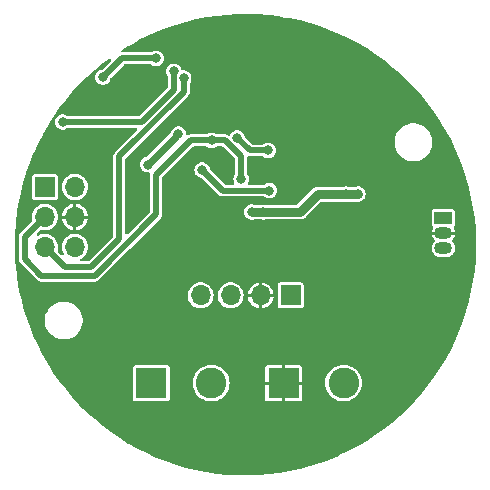
<source format=gbr>
%TF.GenerationSoftware,KiCad,Pcbnew,8.0.1*%
%TF.CreationDate,2024-05-02T10:16:12-03:00*%
%TF.ProjectId,Sdqf,53647166-2e6b-4696-9361-645f70636258,rev?*%
%TF.SameCoordinates,Original*%
%TF.FileFunction,Copper,L2,Bot*%
%TF.FilePolarity,Positive*%
%FSLAX46Y46*%
G04 Gerber Fmt 4.6, Leading zero omitted, Abs format (unit mm)*
G04 Created by KiCad (PCBNEW 8.0.1) date 2024-05-02 10:16:12*
%MOMM*%
%LPD*%
G01*
G04 APERTURE LIST*
%TA.AperFunction,ComponentPad*%
%ADD10R,1.500000X1.050000*%
%TD*%
%TA.AperFunction,ComponentPad*%
%ADD11O,1.500000X1.050000*%
%TD*%
%TA.AperFunction,ComponentPad*%
%ADD12R,2.600000X2.600000*%
%TD*%
%TA.AperFunction,ComponentPad*%
%ADD13C,2.600000*%
%TD*%
%TA.AperFunction,ComponentPad*%
%ADD14O,1.700000X1.700000*%
%TD*%
%TA.AperFunction,ComponentPad*%
%ADD15R,1.700000X1.700000*%
%TD*%
%TA.AperFunction,ViaPad*%
%ADD16C,0.800000*%
%TD*%
%TA.AperFunction,Conductor*%
%ADD17C,0.500000*%
%TD*%
%TA.AperFunction,Conductor*%
%ADD18C,0.750000*%
%TD*%
%TA.AperFunction,Conductor*%
%ADD19C,0.600000*%
%TD*%
G04 APERTURE END LIST*
D10*
%TO.P,U1,1,VO*%
%TO.N,+5V*%
X161240000Y-84830000D03*
D11*
%TO.P,U1,2,GND*%
%TO.N,GND*%
X161240000Y-86100000D03*
%TO.P,U1,3,VI*%
%TO.N,Net-(D1-K)*%
X161240000Y-87370000D03*
%TD*%
D12*
%TO.P,J4,1,Pin_1*%
%TO.N,GND*%
X147700000Y-98800000D03*
D13*
%TO.P,J4,2,Pin_2*%
%TO.N,+12V*%
X152780000Y-98800000D03*
%TD*%
D12*
%TO.P,J3,1,Pin_1*%
%TO.N,485_A*%
X136500000Y-98800000D03*
D13*
%TO.P,J3,2,Pin_2*%
%TO.N,485_B*%
X141580000Y-98800000D03*
%TD*%
D14*
%TO.P,J1,6,Pin_6*%
%TO.N,+5V*%
X130040000Y-87280000D03*
%TO.P,J1,5,Pin_5*%
%TO.N,MOSI*%
X127500000Y-87279999D03*
%TO.P,J1,4,Pin_4*%
%TO.N,GND*%
X130040000Y-84740000D03*
%TO.P,J1,3,Pin_3*%
%TO.N,RESET*%
X127500000Y-84740000D03*
%TO.P,J1,2,Pin_2*%
%TO.N,SCK*%
X130040000Y-82200000D03*
D15*
%TO.P,J1,1,Pin_1*%
%TO.N,MISO*%
X127500000Y-82200000D03*
%TD*%
%TO.P,J5,1,Pin_1*%
%TO.N,+5V*%
X148300000Y-91375000D03*
D14*
%TO.P,J5,2,Pin_2*%
%TO.N,GND*%
X145760000Y-91375000D03*
%TO.P,J5,3,Pin_3*%
%TO.N,TEMP*%
X143220000Y-91375000D03*
%TO.P,J5,4,Pin_4*%
%TO.N,UMID*%
X140680000Y-91375000D03*
%TD*%
D16*
%TO.N,GND*%
X131100000Y-75700000D03*
X141500000Y-83600000D03*
X139400000Y-84000000D03*
X140585448Y-84571412D03*
X140000000Y-83150000D03*
X144900000Y-93100000D03*
X145800000Y-93100000D03*
X146700000Y-93100000D03*
X133400000Y-78700000D03*
X134100000Y-77900000D03*
X135900000Y-79000000D03*
X151600000Y-81500000D03*
X150600000Y-81500000D03*
X152600000Y-84000000D03*
X152600000Y-84900000D03*
X160500000Y-95800000D03*
X161200000Y-95100000D03*
X161800000Y-94300000D03*
X162300000Y-93500000D03*
X154800000Y-92200000D03*
X153900000Y-92200000D03*
X155700000Y-92200000D03*
X156600000Y-92200000D03*
X147500000Y-95100000D03*
X146600000Y-95100000D03*
X148400000Y-95100000D03*
X149300000Y-95100000D03*
X148400000Y-96000000D03*
X149300000Y-96000000D03*
X146600000Y-96000000D03*
X147500000Y-96000000D03*
X135000000Y-93800000D03*
X135000000Y-94700000D03*
X125800000Y-83800000D03*
X125800000Y-84700000D03*
X135700000Y-70000000D03*
X136600000Y-70000000D03*
X150200000Y-69200000D03*
X151100000Y-69200000D03*
X151500000Y-70100000D03*
X151500000Y-71000000D03*
X154900000Y-75200000D03*
X154900000Y-76100000D03*
X154900000Y-77400000D03*
X154900000Y-78300000D03*
X159700000Y-86100000D03*
X159700000Y-87000000D03*
X162700000Y-85700000D03*
X162700000Y-86600000D03*
X157700000Y-88100000D03*
X158600000Y-88100000D03*
X155600000Y-88100000D03*
X156500000Y-88100000D03*
X151400000Y-89400000D03*
X152300000Y-89400000D03*
X146800000Y-85800000D03*
X146800000Y-86700000D03*
X130900000Y-77700000D03*
X130900000Y-78600000D03*
X129000000Y-79000000D03*
X129000000Y-79900000D03*
X143500000Y-72700000D03*
X142600000Y-72700000D03*
X141700000Y-72700000D03*
X140800000Y-72700000D03*
%TO.N,+5V*%
X154000000Y-82800000D03*
%TO.N,MOSI*%
X139250000Y-72981240D03*
%TO.N,MISO*%
X138400000Y-72400000D03*
X129000000Y-76700000D03*
%TO.N,SCK*%
X136900000Y-71300000D03*
X132400000Y-72900000D03*
%TO.N,RESET*%
X141600000Y-78250000D03*
X144100000Y-81500000D03*
%TO.N,485_EN*%
X136200000Y-80300000D03*
X138800000Y-77700000D03*
%TO.N,+5V*%
X146000000Y-84312500D03*
X145012500Y-84312500D03*
X153000000Y-82800000D03*
%TO.N,SDA*%
X143773553Y-78049998D03*
X146400000Y-79100000D03*
%TO.N,SCL*%
X146500000Y-82500000D03*
X140798959Y-80750000D03*
%TD*%
D17*
%TO.N,SDA*%
X143773553Y-78049998D02*
X144823555Y-79100000D01*
X144823555Y-79100000D02*
X146400000Y-79100000D01*
%TO.N,RESET*%
X144100000Y-79602082D02*
X144100000Y-81500000D01*
X141600000Y-78250000D02*
X142747918Y-78250000D01*
X125800000Y-86440000D02*
X127500000Y-84740000D01*
X125800000Y-88300000D02*
X125800000Y-86440000D01*
X127200000Y-89700000D02*
X125800000Y-88300000D01*
X142747918Y-78250000D02*
X144100000Y-79602082D01*
X136900000Y-84500000D02*
X131700000Y-89700000D01*
X139850000Y-78250000D02*
X136900000Y-81200000D01*
X141600000Y-78250000D02*
X139850000Y-78250000D01*
X136900000Y-81200000D02*
X136900000Y-84500000D01*
X131700000Y-89700000D02*
X127200000Y-89700000D01*
D18*
%TO.N,+5V*%
X153000000Y-82800000D02*
X154000000Y-82800000D01*
D17*
%TO.N,MOSI*%
X139250000Y-74150000D02*
X139250000Y-72981240D01*
X131400000Y-89000000D02*
X133800000Y-86600000D01*
X133800000Y-86600000D02*
X133800000Y-79600000D01*
X129220001Y-89000000D02*
X131400000Y-89000000D01*
X133800000Y-79600000D02*
X139250000Y-74150000D01*
X127500000Y-87279999D02*
X129220001Y-89000000D01*
%TO.N,MISO*%
X138400000Y-74000000D02*
X138400000Y-72400000D01*
X135900000Y-76500000D02*
X138400000Y-74000000D01*
X135700000Y-76700000D02*
X135900000Y-76500000D01*
X129000000Y-76700000D02*
X135700000Y-76700000D01*
%TO.N,SCK*%
X134000000Y-71300000D02*
X136900000Y-71300000D01*
X132400000Y-72900000D02*
X134000000Y-71300000D01*
D19*
%TO.N,485_EN*%
X138800000Y-77700000D02*
X136200000Y-80300000D01*
D18*
%TO.N,+5V*%
X149087500Y-84312500D02*
X150600000Y-82800000D01*
X146000000Y-84312500D02*
X149087500Y-84312500D01*
X146000000Y-84312500D02*
X145012500Y-84312500D01*
X150600000Y-82800000D02*
X153000000Y-82800000D01*
D17*
%TO.N,SCL*%
X142548959Y-82500000D02*
X140798959Y-80750000D01*
X146500000Y-82500000D02*
X142548959Y-82500000D01*
%TD*%
%TA.AperFunction,Conductor*%
%TO.N,GND*%
G36*
X144688493Y-67548314D02*
G01*
X145565317Y-67578051D01*
X145570887Y-67578367D01*
X146445435Y-67647693D01*
X146450962Y-67648257D01*
X147321474Y-67757029D01*
X147327018Y-67757849D01*
X147847185Y-67846876D01*
X148191726Y-67905845D01*
X148197219Y-67906914D01*
X149054382Y-68093839D01*
X149059767Y-68095142D01*
X149900405Y-68318695D01*
X149907586Y-68320605D01*
X149912968Y-68322167D01*
X150749714Y-68585703D01*
X150755021Y-68587507D01*
X151579012Y-68888588D01*
X151584231Y-68890630D01*
X151975516Y-69054002D01*
X152393768Y-69228633D01*
X152398890Y-69230909D01*
X153192322Y-69605147D01*
X153197336Y-69607652D01*
X153973056Y-70017365D01*
X153977951Y-70020094D01*
X154734350Y-70464432D01*
X154739117Y-70467379D01*
X155474695Y-70945463D01*
X155479281Y-70948593D01*
X156192537Y-71459451D01*
X156196986Y-71462793D01*
X156542282Y-71734528D01*
X156886372Y-72005315D01*
X156890697Y-72008879D01*
X156991052Y-72095476D01*
X157554904Y-72582030D01*
X157559016Y-72585745D01*
X158196658Y-73188339D01*
X158200619Y-73192256D01*
X158810333Y-73823000D01*
X158814136Y-73827116D01*
X159394732Y-74484773D01*
X159398346Y-74489058D01*
X159948627Y-75172274D01*
X159952043Y-75176717D01*
X160470899Y-75884115D01*
X160474110Y-75888708D01*
X160960451Y-76618798D01*
X160963451Y-76623529D01*
X161401627Y-77350500D01*
X161416314Y-77374866D01*
X161419095Y-77379724D01*
X161537736Y-77598332D01*
X161837555Y-78150780D01*
X161840116Y-78155765D01*
X162223300Y-78944927D01*
X162225633Y-78950023D01*
X162572758Y-79755674D01*
X162574859Y-79760870D01*
X162885228Y-80581395D01*
X162887092Y-80586681D01*
X163160070Y-81420408D01*
X163161693Y-81425772D01*
X163396715Y-82270963D01*
X163398094Y-82276395D01*
X163594680Y-83131333D01*
X163595813Y-83136822D01*
X163753573Y-83999804D01*
X163754456Y-84005339D01*
X163873056Y-84874551D01*
X163873688Y-84880120D01*
X163952891Y-85753818D01*
X163953270Y-85759410D01*
X163992926Y-86636105D01*
X163993051Y-86641007D01*
X163995528Y-87079299D01*
X163995528Y-87080701D01*
X163993051Y-87518992D01*
X163992926Y-87523894D01*
X163953270Y-88400589D01*
X163952891Y-88406181D01*
X163873688Y-89279879D01*
X163873056Y-89285448D01*
X163754456Y-90154660D01*
X163753573Y-90160195D01*
X163595813Y-91023177D01*
X163594680Y-91028666D01*
X163398094Y-91883604D01*
X163396715Y-91889036D01*
X163161693Y-92734227D01*
X163160070Y-92739591D01*
X162887092Y-93573318D01*
X162885228Y-93578604D01*
X162574859Y-94399129D01*
X162572758Y-94404325D01*
X162225633Y-95209976D01*
X162223300Y-95215072D01*
X161840116Y-96004234D01*
X161837555Y-96009219D01*
X161419099Y-96780268D01*
X161416314Y-96785133D01*
X160963452Y-97536468D01*
X160960451Y-97541201D01*
X160474110Y-98271291D01*
X160470899Y-98275884D01*
X159952043Y-98983282D01*
X159948627Y-98987725D01*
X159398346Y-99670941D01*
X159394732Y-99675226D01*
X158814136Y-100332883D01*
X158810333Y-100336999D01*
X158200619Y-100967743D01*
X158196634Y-100971684D01*
X157559051Y-101574223D01*
X157554891Y-101577980D01*
X156890697Y-102151120D01*
X156886372Y-102154684D01*
X156197002Y-102697194D01*
X156192521Y-102700560D01*
X155479303Y-103211391D01*
X155474673Y-103214551D01*
X154739117Y-103692620D01*
X154734350Y-103695567D01*
X153977951Y-104139905D01*
X153973056Y-104142634D01*
X153197336Y-104552347D01*
X153192322Y-104554852D01*
X152398890Y-104929090D01*
X152393768Y-104931366D01*
X151584231Y-105269369D01*
X151579012Y-105271411D01*
X150755021Y-105572492D01*
X150749714Y-105574296D01*
X149912968Y-105837832D01*
X149907586Y-105839394D01*
X149059798Y-106064849D01*
X149054350Y-106066167D01*
X148197223Y-106253084D01*
X148191722Y-106254154D01*
X147327018Y-106402150D01*
X147321474Y-106402970D01*
X146450989Y-106511739D01*
X146445413Y-106512308D01*
X145570900Y-106581631D01*
X145565304Y-106581948D01*
X144688525Y-106611684D01*
X144682921Y-106611747D01*
X143805719Y-106601833D01*
X143800117Y-106601643D01*
X142924249Y-106552102D01*
X142918662Y-106551659D01*
X142045929Y-106462589D01*
X142040368Y-106461894D01*
X141172569Y-106333481D01*
X141167044Y-106332536D01*
X140305908Y-106165035D01*
X140300433Y-106163841D01*
X139447736Y-105957598D01*
X139442319Y-105956157D01*
X138599860Y-105711606D01*
X138594514Y-105709923D01*
X137763912Y-105427536D01*
X137758648Y-105425612D01*
X136941699Y-105105997D01*
X136936527Y-105103838D01*
X136134826Y-104747622D01*
X136129757Y-104745231D01*
X135344976Y-104353154D01*
X135340020Y-104350536D01*
X134573763Y-103923399D01*
X134568931Y-103920560D01*
X133822776Y-103459247D01*
X133818076Y-103456193D01*
X133093488Y-102961605D01*
X133088932Y-102958341D01*
X132387476Y-102431549D01*
X132383071Y-102428083D01*
X131706113Y-101870113D01*
X131701870Y-101866452D01*
X131382458Y-101577980D01*
X131050794Y-101278442D01*
X131046731Y-101274602D01*
X130740370Y-100971684D01*
X130422920Y-100657800D01*
X130419034Y-100653781D01*
X130143271Y-100355293D01*
X129930215Y-100124678D01*
X134949500Y-100124678D01*
X134964032Y-100197735D01*
X134964033Y-100197739D01*
X134964034Y-100197740D01*
X135019399Y-100280601D01*
X135097646Y-100332883D01*
X135102260Y-100335966D01*
X135102264Y-100335967D01*
X135175321Y-100350499D01*
X135175324Y-100350500D01*
X135175326Y-100350500D01*
X137824676Y-100350500D01*
X137824677Y-100350499D01*
X137897740Y-100335966D01*
X137980601Y-100280601D01*
X138035966Y-100197740D01*
X138050500Y-100124674D01*
X138050500Y-98800000D01*
X140024706Y-98800000D01*
X140043853Y-99043297D01*
X140043853Y-99043300D01*
X140043854Y-99043302D01*
X140059360Y-99107890D01*
X140100830Y-99280619D01*
X140194222Y-99506089D01*
X140321737Y-99714173D01*
X140321738Y-99714176D01*
X140321741Y-99714179D01*
X140480241Y-99899759D01*
X140623897Y-100022453D01*
X140665823Y-100058261D01*
X140665826Y-100058262D01*
X140873910Y-100185777D01*
X141099381Y-100279169D01*
X141099378Y-100279169D01*
X141099384Y-100279170D01*
X141099388Y-100279172D01*
X141336698Y-100336146D01*
X141580000Y-100355294D01*
X141823302Y-100336146D01*
X142060612Y-100279172D01*
X142286089Y-100185777D01*
X142385875Y-100124628D01*
X146150000Y-100124628D01*
X146164503Y-100197540D01*
X146164505Y-100197544D01*
X146219760Y-100280239D01*
X146302455Y-100335494D01*
X146302459Y-100335496D01*
X146375371Y-100349999D01*
X146375374Y-100350000D01*
X147575000Y-100350000D01*
X147575000Y-99437870D01*
X147635981Y-99450000D01*
X147764019Y-99450000D01*
X147825000Y-99437870D01*
X147825000Y-100350000D01*
X149024626Y-100350000D01*
X149024628Y-100349999D01*
X149097540Y-100335496D01*
X149097544Y-100335494D01*
X149180239Y-100280239D01*
X149235494Y-100197544D01*
X149235496Y-100197540D01*
X149249999Y-100124628D01*
X149250000Y-100124626D01*
X149250000Y-98925000D01*
X148337870Y-98925000D01*
X148350000Y-98864019D01*
X148350000Y-98800000D01*
X151224706Y-98800000D01*
X151243853Y-99043297D01*
X151243853Y-99043300D01*
X151243854Y-99043302D01*
X151259360Y-99107890D01*
X151300830Y-99280619D01*
X151394222Y-99506089D01*
X151521737Y-99714173D01*
X151521738Y-99714176D01*
X151521741Y-99714179D01*
X151680241Y-99899759D01*
X151823897Y-100022453D01*
X151865823Y-100058261D01*
X151865826Y-100058262D01*
X152073910Y-100185777D01*
X152299381Y-100279169D01*
X152299378Y-100279169D01*
X152299384Y-100279170D01*
X152299388Y-100279172D01*
X152536698Y-100336146D01*
X152780000Y-100355294D01*
X153023302Y-100336146D01*
X153260612Y-100279172D01*
X153486089Y-100185777D01*
X153694179Y-100058259D01*
X153879759Y-99899759D01*
X154038259Y-99714179D01*
X154165777Y-99506089D01*
X154259172Y-99280612D01*
X154316146Y-99043302D01*
X154335294Y-98800000D01*
X154316146Y-98556698D01*
X154259172Y-98319388D01*
X154249117Y-98295112D01*
X154165777Y-98093910D01*
X154038262Y-97885826D01*
X154038261Y-97885823D01*
X154002453Y-97843897D01*
X153879759Y-97700241D01*
X153757063Y-97595449D01*
X153694176Y-97541738D01*
X153694173Y-97541737D01*
X153486089Y-97414222D01*
X153260618Y-97320830D01*
X153260621Y-97320830D01*
X153154992Y-97295470D01*
X153023302Y-97263854D01*
X153023300Y-97263853D01*
X153023297Y-97263853D01*
X152780000Y-97244706D01*
X152536702Y-97263853D01*
X152535952Y-97264033D01*
X152303837Y-97319760D01*
X152299380Y-97320830D01*
X152073910Y-97414222D01*
X151865826Y-97541737D01*
X151865823Y-97541738D01*
X151680241Y-97700241D01*
X151521738Y-97885823D01*
X151521737Y-97885826D01*
X151394222Y-98093910D01*
X151300830Y-98319380D01*
X151243853Y-98556702D01*
X151224706Y-98800000D01*
X148350000Y-98800000D01*
X148350000Y-98735981D01*
X148337870Y-98675000D01*
X149250000Y-98675000D01*
X149250000Y-97475373D01*
X149249999Y-97475371D01*
X149235496Y-97402459D01*
X149235494Y-97402455D01*
X149180239Y-97319760D01*
X149097544Y-97264505D01*
X149097540Y-97264503D01*
X149024627Y-97250000D01*
X147825000Y-97250000D01*
X147825000Y-98162129D01*
X147764019Y-98150000D01*
X147635981Y-98150000D01*
X147575000Y-98162129D01*
X147575000Y-97250000D01*
X146375373Y-97250000D01*
X146302459Y-97264503D01*
X146302455Y-97264505D01*
X146219760Y-97319760D01*
X146164505Y-97402455D01*
X146164503Y-97402459D01*
X146150000Y-97475371D01*
X146150000Y-98675000D01*
X147062130Y-98675000D01*
X147050000Y-98735981D01*
X147050000Y-98864019D01*
X147062130Y-98925000D01*
X146150000Y-98925000D01*
X146150000Y-100124628D01*
X142385875Y-100124628D01*
X142494179Y-100058259D01*
X142679759Y-99899759D01*
X142838259Y-99714179D01*
X142965777Y-99506089D01*
X143059172Y-99280612D01*
X143116146Y-99043302D01*
X143135294Y-98800000D01*
X143116146Y-98556698D01*
X143059172Y-98319388D01*
X143049117Y-98295112D01*
X142965777Y-98093910D01*
X142838262Y-97885826D01*
X142838261Y-97885823D01*
X142802453Y-97843897D01*
X142679759Y-97700241D01*
X142557063Y-97595449D01*
X142494176Y-97541738D01*
X142494173Y-97541737D01*
X142286089Y-97414222D01*
X142060618Y-97320830D01*
X142060621Y-97320830D01*
X141954992Y-97295470D01*
X141823302Y-97263854D01*
X141823300Y-97263853D01*
X141823297Y-97263853D01*
X141580000Y-97244706D01*
X141336702Y-97263853D01*
X141335952Y-97264033D01*
X141103837Y-97319760D01*
X141099380Y-97320830D01*
X140873910Y-97414222D01*
X140665826Y-97541737D01*
X140665823Y-97541738D01*
X140480241Y-97700241D01*
X140321738Y-97885823D01*
X140321737Y-97885826D01*
X140194222Y-98093910D01*
X140100830Y-98319380D01*
X140043853Y-98556702D01*
X140024706Y-98800000D01*
X138050500Y-98800000D01*
X138050500Y-97475326D01*
X138050500Y-97475323D01*
X138050499Y-97475321D01*
X138035967Y-97402264D01*
X138035966Y-97402260D01*
X137980601Y-97319399D01*
X137897740Y-97264034D01*
X137897739Y-97264033D01*
X137897735Y-97264032D01*
X137824677Y-97249500D01*
X137824674Y-97249500D01*
X135175326Y-97249500D01*
X135175323Y-97249500D01*
X135102264Y-97264032D01*
X135102260Y-97264033D01*
X135019399Y-97319399D01*
X134964033Y-97402260D01*
X134964032Y-97402264D01*
X134949500Y-97475321D01*
X134949500Y-100124678D01*
X129930215Y-100124678D01*
X129823725Y-100009412D01*
X129820018Y-100005214D01*
X129254437Y-99334608D01*
X129250921Y-99330243D01*
X128716222Y-98634767D01*
X128712908Y-98630248D01*
X128210170Y-97911304D01*
X128207075Y-97906659D01*
X127799660Y-97264033D01*
X127737339Y-97165732D01*
X127734446Y-97160932D01*
X127298675Y-96399546D01*
X127296002Y-96394620D01*
X127273373Y-96350579D01*
X126895079Y-95614316D01*
X126892638Y-95609288D01*
X126709782Y-95209976D01*
X126527393Y-94811683D01*
X126525176Y-94806537D01*
X126196341Y-93993230D01*
X126194358Y-93987988D01*
X126066695Y-93625961D01*
X127499500Y-93625961D01*
X127538910Y-93874785D01*
X127616760Y-94114383D01*
X127731132Y-94338848D01*
X127879201Y-94542649D01*
X127879205Y-94542654D01*
X128057345Y-94720794D01*
X128057350Y-94720798D01*
X128235117Y-94849952D01*
X128261155Y-94868870D01*
X128404184Y-94941747D01*
X128485616Y-94983239D01*
X128485618Y-94983239D01*
X128485621Y-94983241D01*
X128725215Y-95061090D01*
X128974038Y-95100500D01*
X128974039Y-95100500D01*
X129225961Y-95100500D01*
X129225962Y-95100500D01*
X129474785Y-95061090D01*
X129714379Y-94983241D01*
X129938845Y-94868870D01*
X130142656Y-94720793D01*
X130320793Y-94542656D01*
X130468870Y-94338845D01*
X130583241Y-94114379D01*
X130661090Y-93874785D01*
X130700500Y-93625962D01*
X130700500Y-93374038D01*
X130661090Y-93125215D01*
X130583241Y-92885621D01*
X130583239Y-92885618D01*
X130583239Y-92885616D01*
X130506102Y-92734227D01*
X130468870Y-92661155D01*
X130449952Y-92635117D01*
X130320798Y-92457350D01*
X130320794Y-92457345D01*
X130142654Y-92279205D01*
X130142649Y-92279201D01*
X129938848Y-92131132D01*
X129938847Y-92131131D01*
X129938845Y-92131130D01*
X129868747Y-92095413D01*
X129714383Y-92016760D01*
X129474785Y-91938910D01*
X129225962Y-91899500D01*
X128974038Y-91899500D01*
X128849626Y-91919205D01*
X128725214Y-91938910D01*
X128485616Y-92016760D01*
X128261151Y-92131132D01*
X128057350Y-92279201D01*
X128057345Y-92279205D01*
X127879205Y-92457345D01*
X127879201Y-92457350D01*
X127731132Y-92661151D01*
X127616760Y-92885616D01*
X127538910Y-93125214D01*
X127499500Y-93374038D01*
X127499500Y-93625961D01*
X126066695Y-93625961D01*
X126049995Y-93578604D01*
X125902610Y-93160651D01*
X125900867Y-93155328D01*
X125891755Y-93125214D01*
X125646801Y-92315653D01*
X125645302Y-92310263D01*
X125429428Y-91459923D01*
X125428178Y-91454478D01*
X125411784Y-91375000D01*
X139574785Y-91375000D01*
X139593602Y-91578082D01*
X139649417Y-91774247D01*
X139649422Y-91774260D01*
X139740327Y-91956821D01*
X139863237Y-92119581D01*
X140013958Y-92256980D01*
X140013960Y-92256982D01*
X140108718Y-92315653D01*
X140187363Y-92364348D01*
X140377544Y-92438024D01*
X140578024Y-92475500D01*
X140578026Y-92475500D01*
X140781974Y-92475500D01*
X140781976Y-92475500D01*
X140982456Y-92438024D01*
X141172637Y-92364348D01*
X141346041Y-92256981D01*
X141496764Y-92119579D01*
X141619673Y-91956821D01*
X141710582Y-91774250D01*
X141766397Y-91578083D01*
X141785215Y-91375000D01*
X142114785Y-91375000D01*
X142133602Y-91578082D01*
X142189417Y-91774247D01*
X142189422Y-91774260D01*
X142280327Y-91956821D01*
X142403237Y-92119581D01*
X142553958Y-92256980D01*
X142553960Y-92256982D01*
X142648718Y-92315653D01*
X142727363Y-92364348D01*
X142917544Y-92438024D01*
X143118024Y-92475500D01*
X143118026Y-92475500D01*
X143321974Y-92475500D01*
X143321976Y-92475500D01*
X143522456Y-92438024D01*
X143712637Y-92364348D01*
X143886041Y-92256981D01*
X144036764Y-92119579D01*
X144159673Y-91956821D01*
X144250582Y-91774250D01*
X144306397Y-91578083D01*
X144325215Y-91375000D01*
X144319115Y-91309174D01*
X144313632Y-91249999D01*
X144666869Y-91249999D01*
X144666870Y-91250000D01*
X145275856Y-91250000D01*
X145260000Y-91309174D01*
X145260000Y-91440826D01*
X145275856Y-91500000D01*
X144666870Y-91500000D01*
X144674097Y-91577989D01*
X144674097Y-91577992D01*
X144729883Y-91774063D01*
X144729886Y-91774069D01*
X144820754Y-91956556D01*
X144943608Y-92119242D01*
X145094260Y-92256578D01*
X145267584Y-92363897D01*
X145457678Y-92437539D01*
X145635000Y-92470686D01*
X145635000Y-91859144D01*
X145694174Y-91875000D01*
X145825826Y-91875000D01*
X145885000Y-91859144D01*
X145885000Y-92470686D01*
X146062321Y-92437539D01*
X146252415Y-92363897D01*
X146425739Y-92256578D01*
X146433308Y-92249678D01*
X147199500Y-92249678D01*
X147214032Y-92322735D01*
X147214033Y-92322739D01*
X147214034Y-92322740D01*
X147269399Y-92405601D01*
X147346839Y-92457344D01*
X147352260Y-92460966D01*
X147352264Y-92460967D01*
X147425321Y-92475499D01*
X147425324Y-92475500D01*
X147425326Y-92475500D01*
X149174676Y-92475500D01*
X149174677Y-92475499D01*
X149247740Y-92460966D01*
X149330601Y-92405601D01*
X149385966Y-92322740D01*
X149400500Y-92249674D01*
X149400500Y-90500326D01*
X149400500Y-90500323D01*
X149400499Y-90500321D01*
X149385967Y-90427264D01*
X149385966Y-90427260D01*
X149330601Y-90344399D01*
X149247740Y-90289034D01*
X149247739Y-90289033D01*
X149247735Y-90289032D01*
X149174677Y-90274500D01*
X149174674Y-90274500D01*
X147425326Y-90274500D01*
X147425323Y-90274500D01*
X147352264Y-90289032D01*
X147352260Y-90289033D01*
X147269399Y-90344399D01*
X147214033Y-90427260D01*
X147214032Y-90427264D01*
X147199500Y-90500321D01*
X147199500Y-92249678D01*
X146433308Y-92249678D01*
X146576391Y-92119242D01*
X146699245Y-91956556D01*
X146790113Y-91774069D01*
X146790116Y-91774063D01*
X146845902Y-91577992D01*
X146845902Y-91577989D01*
X146853130Y-91500000D01*
X146244144Y-91500000D01*
X146260000Y-91440826D01*
X146260000Y-91309174D01*
X146244144Y-91250000D01*
X146853130Y-91250000D01*
X146853130Y-91249999D01*
X146845902Y-91172010D01*
X146845902Y-91172007D01*
X146790116Y-90975936D01*
X146790113Y-90975930D01*
X146699245Y-90793443D01*
X146576391Y-90630757D01*
X146425739Y-90493421D01*
X146252415Y-90386102D01*
X146062321Y-90312460D01*
X145885000Y-90279312D01*
X145885000Y-90890855D01*
X145825826Y-90875000D01*
X145694174Y-90875000D01*
X145635000Y-90890855D01*
X145635000Y-90279312D01*
X145457678Y-90312460D01*
X145267584Y-90386102D01*
X145094260Y-90493421D01*
X144943608Y-90630757D01*
X144820754Y-90793443D01*
X144729886Y-90975930D01*
X144729883Y-90975936D01*
X144674097Y-91172007D01*
X144674097Y-91172010D01*
X144666869Y-91249999D01*
X144313632Y-91249999D01*
X144306397Y-91171917D01*
X144250582Y-90975750D01*
X144250159Y-90974901D01*
X144159804Y-90793443D01*
X144159673Y-90793179D01*
X144036764Y-90630421D01*
X144036762Y-90630418D01*
X143886041Y-90493019D01*
X143886039Y-90493017D01*
X143712642Y-90385655D01*
X143712635Y-90385651D01*
X143523705Y-90312460D01*
X143522456Y-90311976D01*
X143321976Y-90274500D01*
X143118024Y-90274500D01*
X142917544Y-90311976D01*
X142917541Y-90311976D01*
X142917541Y-90311977D01*
X142727364Y-90385651D01*
X142727357Y-90385655D01*
X142553960Y-90493017D01*
X142553958Y-90493019D01*
X142403237Y-90630418D01*
X142280327Y-90793178D01*
X142189422Y-90975739D01*
X142189417Y-90975752D01*
X142133602Y-91171917D01*
X142114785Y-91374999D01*
X142114785Y-91375000D01*
X141785215Y-91375000D01*
X141779115Y-91309174D01*
X141766397Y-91171917D01*
X141710582Y-90975750D01*
X141710159Y-90974901D01*
X141619804Y-90793443D01*
X141619673Y-90793179D01*
X141496764Y-90630421D01*
X141496762Y-90630418D01*
X141346041Y-90493019D01*
X141346039Y-90493017D01*
X141172642Y-90385655D01*
X141172635Y-90385651D01*
X140983705Y-90312460D01*
X140982456Y-90311976D01*
X140781976Y-90274500D01*
X140578024Y-90274500D01*
X140377544Y-90311976D01*
X140377541Y-90311976D01*
X140377541Y-90311977D01*
X140187364Y-90385651D01*
X140187357Y-90385655D01*
X140013960Y-90493017D01*
X140013958Y-90493019D01*
X139863237Y-90630418D01*
X139740327Y-90793178D01*
X139649422Y-90975739D01*
X139649417Y-90975752D01*
X139593602Y-91171917D01*
X139574785Y-91374999D01*
X139574785Y-91375000D01*
X125411784Y-91375000D01*
X125411784Y-91374999D01*
X125250964Y-90595319D01*
X125249956Y-90589806D01*
X125235679Y-90500321D01*
X125111739Y-89723479D01*
X125110988Y-89717977D01*
X125012058Y-88846273D01*
X125011552Y-88840691D01*
X124995704Y-88607313D01*
X124979310Y-88365891D01*
X125299500Y-88365891D01*
X125333608Y-88493187D01*
X125335617Y-88496666D01*
X125399500Y-88607314D01*
X126799500Y-90007314D01*
X126892686Y-90100500D01*
X126986494Y-90154660D01*
X126996080Y-90160195D01*
X127006814Y-90166392D01*
X127134108Y-90200500D01*
X127134110Y-90200500D01*
X131765890Y-90200500D01*
X131765892Y-90200500D01*
X131893186Y-90166392D01*
X132007314Y-90100500D01*
X134661430Y-87446384D01*
X160239500Y-87446384D01*
X160269300Y-87596197D01*
X160269302Y-87596205D01*
X160327759Y-87737334D01*
X160327764Y-87737343D01*
X160412629Y-87864351D01*
X160412632Y-87864355D01*
X160520644Y-87972367D01*
X160520648Y-87972370D01*
X160647656Y-88057235D01*
X160647665Y-88057240D01*
X160679636Y-88070482D01*
X160788795Y-88115698D01*
X160938615Y-88145499D01*
X160938619Y-88145500D01*
X160938620Y-88145500D01*
X161541381Y-88145500D01*
X161541382Y-88145499D01*
X161691205Y-88115698D01*
X161832337Y-88057239D01*
X161959352Y-87972370D01*
X162067370Y-87864352D01*
X162152239Y-87737337D01*
X162210698Y-87596205D01*
X162240500Y-87446380D01*
X162240500Y-87293620D01*
X162210698Y-87143795D01*
X162152239Y-87002663D01*
X162152238Y-87002662D01*
X162152235Y-87002656D01*
X162067370Y-86875648D01*
X162067367Y-86875644D01*
X162014050Y-86822327D01*
X161980565Y-86761004D01*
X161985549Y-86691312D01*
X162014051Y-86646963D01*
X162066982Y-86594033D01*
X162151798Y-86467096D01*
X162210215Y-86326063D01*
X162210218Y-86326051D01*
X162230319Y-86225000D01*
X161594735Y-86225000D01*
X161615000Y-86149370D01*
X161615000Y-86050630D01*
X161594735Y-85975000D01*
X162230319Y-85975000D01*
X162230319Y-85974999D01*
X162210218Y-85873948D01*
X162210215Y-85873936D01*
X162151797Y-85732902D01*
X162135350Y-85708287D01*
X162114472Y-85641610D01*
X162132956Y-85574229D01*
X162169564Y-85536293D01*
X162170601Y-85535601D01*
X162225966Y-85452740D01*
X162240500Y-85379674D01*
X162240500Y-84280326D01*
X162240500Y-84280323D01*
X162240499Y-84280321D01*
X162225967Y-84207264D01*
X162225966Y-84207260D01*
X162170601Y-84124399D01*
X162087740Y-84069034D01*
X162087739Y-84069033D01*
X162087735Y-84069032D01*
X162014677Y-84054500D01*
X162014674Y-84054500D01*
X160465326Y-84054500D01*
X160465323Y-84054500D01*
X160392264Y-84069032D01*
X160392260Y-84069033D01*
X160309399Y-84124399D01*
X160254033Y-84207260D01*
X160254032Y-84207264D01*
X160239500Y-84280321D01*
X160239500Y-85379678D01*
X160254032Y-85452735D01*
X160254033Y-85452739D01*
X160254034Y-85452740D01*
X160309399Y-85535601D01*
X160310434Y-85536292D01*
X160312183Y-85538385D01*
X160318035Y-85544237D01*
X160317511Y-85544760D01*
X160355240Y-85589900D01*
X160363951Y-85659224D01*
X160344651Y-85708285D01*
X160328201Y-85732904D01*
X160269784Y-85873936D01*
X160269781Y-85873948D01*
X160249680Y-85974999D01*
X160249681Y-85975000D01*
X160885265Y-85975000D01*
X160865000Y-86050630D01*
X160865000Y-86149370D01*
X160885265Y-86225000D01*
X160249681Y-86225000D01*
X160269781Y-86326051D01*
X160269784Y-86326063D01*
X160328201Y-86467096D01*
X160413019Y-86594036D01*
X160465949Y-86646966D01*
X160499434Y-86708289D01*
X160494450Y-86777981D01*
X160465949Y-86822328D01*
X160412632Y-86875644D01*
X160412629Y-86875648D01*
X160327764Y-87002656D01*
X160327759Y-87002665D01*
X160269302Y-87143794D01*
X160269300Y-87143802D01*
X160239500Y-87293615D01*
X160239500Y-87446384D01*
X134661430Y-87446384D01*
X137300500Y-84807314D01*
X137305671Y-84798357D01*
X137366392Y-84693186D01*
X137400500Y-84565892D01*
X137400500Y-84312500D01*
X144357222Y-84312500D01*
X144376262Y-84469318D01*
X144431512Y-84614999D01*
X144432280Y-84617023D01*
X144522017Y-84747030D01*
X144640260Y-84851783D01*
X144640262Y-84851784D01*
X144780134Y-84925196D01*
X144933514Y-84963000D01*
X144933515Y-84963000D01*
X145091485Y-84963000D01*
X145178299Y-84941603D01*
X145207973Y-84938000D01*
X145804527Y-84938000D01*
X145834201Y-84941603D01*
X145921014Y-84963000D01*
X145921015Y-84963000D01*
X146078985Y-84963000D01*
X146165799Y-84941603D01*
X146195473Y-84938000D01*
X149149108Y-84938000D01*
X149149108Y-84937999D01*
X149213478Y-84925196D01*
X149213479Y-84925196D01*
X149232650Y-84921382D01*
X149269952Y-84913963D01*
X149303292Y-84900152D01*
X149383786Y-84866812D01*
X149435009Y-84832584D01*
X149486233Y-84798358D01*
X149573358Y-84711233D01*
X149573359Y-84711231D01*
X149580425Y-84704165D01*
X149580427Y-84704161D01*
X150822771Y-83461819D01*
X150884094Y-83428334D01*
X150910452Y-83425500D01*
X152804527Y-83425500D01*
X152834201Y-83429103D01*
X152921014Y-83450500D01*
X152921015Y-83450500D01*
X153078985Y-83450500D01*
X153165799Y-83429103D01*
X153195473Y-83425500D01*
X153804527Y-83425500D01*
X153834201Y-83429103D01*
X153921014Y-83450500D01*
X153921015Y-83450500D01*
X154078985Y-83450500D01*
X154232365Y-83412696D01*
X154372240Y-83339283D01*
X154490483Y-83234530D01*
X154580220Y-83104523D01*
X154636237Y-82956818D01*
X154655278Y-82800000D01*
X154636237Y-82643182D01*
X154580220Y-82495477D01*
X154490483Y-82365470D01*
X154372240Y-82260717D01*
X154372238Y-82260716D01*
X154372237Y-82260715D01*
X154232365Y-82187303D01*
X154078986Y-82149500D01*
X154078985Y-82149500D01*
X153921015Y-82149500D01*
X153921014Y-82149500D01*
X153834201Y-82170897D01*
X153804527Y-82174500D01*
X153195473Y-82174500D01*
X153165799Y-82170897D01*
X153078986Y-82149500D01*
X153078985Y-82149500D01*
X152921015Y-82149500D01*
X152921014Y-82149500D01*
X152834201Y-82170897D01*
X152804527Y-82174500D01*
X150538389Y-82174500D01*
X150477971Y-82186518D01*
X150440259Y-82194019D01*
X150417550Y-82198536D01*
X150417548Y-82198537D01*
X150384207Y-82212347D01*
X150303718Y-82245685D01*
X150303709Y-82245690D01*
X150261467Y-82273917D01*
X150261466Y-82273918D01*
X150201268Y-82314140D01*
X150172228Y-82343181D01*
X150114142Y-82401267D01*
X150114139Y-82401270D01*
X149476123Y-83039287D01*
X148864729Y-83650681D01*
X148803406Y-83684166D01*
X148777048Y-83687000D01*
X146195473Y-83687000D01*
X146165799Y-83683397D01*
X146078986Y-83662000D01*
X146078985Y-83662000D01*
X145921015Y-83662000D01*
X145921014Y-83662000D01*
X145834201Y-83683397D01*
X145804527Y-83687000D01*
X145207973Y-83687000D01*
X145178299Y-83683397D01*
X145091486Y-83662000D01*
X145091485Y-83662000D01*
X144933515Y-83662000D01*
X144933514Y-83662000D01*
X144780134Y-83699803D01*
X144640262Y-83773215D01*
X144522016Y-83877971D01*
X144432281Y-84007975D01*
X144432280Y-84007976D01*
X144376262Y-84155681D01*
X144357222Y-84312499D01*
X144357222Y-84312500D01*
X137400500Y-84312500D01*
X137400500Y-81458676D01*
X137420185Y-81391637D01*
X137436819Y-81370995D01*
X140020995Y-78786819D01*
X140082318Y-78753334D01*
X140108676Y-78750500D01*
X141136956Y-78750500D01*
X141203995Y-78770185D01*
X141219179Y-78781681D01*
X141227760Y-78789283D01*
X141227762Y-78789284D01*
X141227766Y-78789287D01*
X141367634Y-78862696D01*
X141521014Y-78900500D01*
X141521015Y-78900500D01*
X141678985Y-78900500D01*
X141832365Y-78862696D01*
X141972233Y-78789287D01*
X141972234Y-78789285D01*
X141972240Y-78789283D01*
X141980818Y-78781683D01*
X142044050Y-78751963D01*
X142063044Y-78750500D01*
X142489242Y-78750500D01*
X142556281Y-78770185D01*
X142576923Y-78786819D01*
X143563181Y-79773077D01*
X143596666Y-79834400D01*
X143599500Y-79860758D01*
X143599500Y-81041342D01*
X143579815Y-81108381D01*
X143577550Y-81111782D01*
X143519781Y-81195475D01*
X143519780Y-81195476D01*
X143463762Y-81343181D01*
X143444722Y-81499999D01*
X143444722Y-81500000D01*
X143463762Y-81656818D01*
X143519780Y-81804523D01*
X143520148Y-81805056D01*
X143520297Y-81805507D01*
X143523267Y-81811167D01*
X143522326Y-81811660D01*
X143542034Y-81871409D01*
X143524571Y-81939062D01*
X143473306Y-81986534D01*
X143418101Y-81999500D01*
X142807635Y-81999500D01*
X142740596Y-81979815D01*
X142719954Y-81963181D01*
X141477233Y-80720460D01*
X141443748Y-80659137D01*
X141441818Y-80647724D01*
X141435196Y-80593181D01*
X141383480Y-80456818D01*
X141379179Y-80445477D01*
X141289442Y-80315470D01*
X141171199Y-80210717D01*
X141171197Y-80210716D01*
X141171196Y-80210715D01*
X141031324Y-80137303D01*
X140877945Y-80099500D01*
X140877944Y-80099500D01*
X140719974Y-80099500D01*
X140719973Y-80099500D01*
X140566593Y-80137303D01*
X140426721Y-80210715D01*
X140308475Y-80315471D01*
X140218740Y-80445475D01*
X140218739Y-80445476D01*
X140162721Y-80593181D01*
X140143681Y-80749999D01*
X140143681Y-80750000D01*
X140162721Y-80906818D01*
X140213740Y-81041342D01*
X140218739Y-81054523D01*
X140308476Y-81184530D01*
X140426719Y-81289283D01*
X140426721Y-81289284D01*
X140566593Y-81362696D01*
X140566592Y-81362696D01*
X140715170Y-81399316D01*
X140773177Y-81432032D01*
X142148459Y-82807314D01*
X142241645Y-82900500D01*
X142355773Y-82966392D01*
X142483067Y-83000500D01*
X146036956Y-83000500D01*
X146103995Y-83020185D01*
X146119179Y-83031681D01*
X146127760Y-83039283D01*
X146127762Y-83039284D01*
X146127766Y-83039287D01*
X146267634Y-83112696D01*
X146421014Y-83150500D01*
X146421015Y-83150500D01*
X146578985Y-83150500D01*
X146732365Y-83112696D01*
X146747937Y-83104523D01*
X146872240Y-83039283D01*
X146990483Y-82934530D01*
X147080220Y-82804523D01*
X147136237Y-82656818D01*
X147155278Y-82500000D01*
X147136237Y-82343182D01*
X147080220Y-82195477D01*
X146990483Y-82065470D01*
X146872240Y-81960717D01*
X146872238Y-81960716D01*
X146872237Y-81960715D01*
X146732365Y-81887303D01*
X146578986Y-81849500D01*
X146578985Y-81849500D01*
X146421015Y-81849500D01*
X146421014Y-81849500D01*
X146267634Y-81887303D01*
X146127766Y-81960712D01*
X146127762Y-81960715D01*
X146127760Y-81960717D01*
X146119181Y-81968316D01*
X146055950Y-81998037D01*
X146036956Y-81999500D01*
X144781899Y-81999500D01*
X144714860Y-81979815D01*
X144669105Y-81927011D01*
X144659161Y-81857853D01*
X144677333Y-81811482D01*
X144676733Y-81811167D01*
X144679592Y-81805718D01*
X144679852Y-81805056D01*
X144680220Y-81804523D01*
X144736237Y-81656818D01*
X144755278Y-81500000D01*
X144750261Y-81458676D01*
X144736237Y-81343181D01*
X144685975Y-81210652D01*
X144680220Y-81195477D01*
X144622450Y-81111782D01*
X144600567Y-81045427D01*
X144600500Y-81041342D01*
X144600500Y-79719988D01*
X144620185Y-79652949D01*
X144672989Y-79607194D01*
X144742147Y-79597250D01*
X144756590Y-79600212D01*
X144757662Y-79600500D01*
X144757663Y-79600500D01*
X145936956Y-79600500D01*
X146003995Y-79620185D01*
X146019179Y-79631681D01*
X146027760Y-79639283D01*
X146027762Y-79639284D01*
X146027766Y-79639287D01*
X146167634Y-79712696D01*
X146321014Y-79750500D01*
X146321015Y-79750500D01*
X146478985Y-79750500D01*
X146632365Y-79712696D01*
X146772240Y-79639283D01*
X146890483Y-79534530D01*
X146980220Y-79404523D01*
X147036237Y-79256818D01*
X147055278Y-79100000D01*
X147036237Y-78943182D01*
X146980220Y-78795477D01*
X146890483Y-78665470D01*
X146772240Y-78560717D01*
X146772238Y-78560716D01*
X146772237Y-78560715D01*
X146706022Y-78525962D01*
X157099500Y-78525962D01*
X157105005Y-78560717D01*
X157138910Y-78774785D01*
X157216760Y-79014383D01*
X157331132Y-79238848D01*
X157479201Y-79442649D01*
X157479205Y-79442654D01*
X157657345Y-79620794D01*
X157657350Y-79620798D01*
X157835117Y-79749952D01*
X157861155Y-79768870D01*
X157989765Y-79834400D01*
X158085616Y-79883239D01*
X158085618Y-79883239D01*
X158085621Y-79883241D01*
X158325215Y-79961090D01*
X158574038Y-80000500D01*
X158574039Y-80000500D01*
X158825961Y-80000500D01*
X158825962Y-80000500D01*
X159074785Y-79961090D01*
X159314379Y-79883241D01*
X159538845Y-79768870D01*
X159742656Y-79620793D01*
X159920793Y-79442656D01*
X160068870Y-79238845D01*
X160183241Y-79014379D01*
X160261090Y-78774785D01*
X160300500Y-78525962D01*
X160300500Y-78274038D01*
X160261090Y-78025215D01*
X160183241Y-77785621D01*
X160183239Y-77785618D01*
X160183239Y-77785616D01*
X160139615Y-77700000D01*
X160068870Y-77561155D01*
X159978885Y-77437301D01*
X159920798Y-77357350D01*
X159920794Y-77357345D01*
X159742654Y-77179205D01*
X159742649Y-77179201D01*
X159538848Y-77031132D01*
X159538847Y-77031131D01*
X159538845Y-77031130D01*
X159466497Y-76994267D01*
X159314383Y-76916760D01*
X159074785Y-76838910D01*
X158825962Y-76799500D01*
X158574038Y-76799500D01*
X158449626Y-76819205D01*
X158325214Y-76838910D01*
X158085616Y-76916760D01*
X157861151Y-77031132D01*
X157657350Y-77179201D01*
X157657345Y-77179205D01*
X157479205Y-77357345D01*
X157479201Y-77357350D01*
X157331132Y-77561151D01*
X157216760Y-77785616D01*
X157138910Y-78025214D01*
X157119022Y-78150780D01*
X157099500Y-78274038D01*
X157099500Y-78525962D01*
X146706022Y-78525962D01*
X146632365Y-78487303D01*
X146478986Y-78449500D01*
X146478985Y-78449500D01*
X146321015Y-78449500D01*
X146321014Y-78449500D01*
X146167634Y-78487303D01*
X146027766Y-78560712D01*
X146027762Y-78560715D01*
X146027760Y-78560717D01*
X146019181Y-78568316D01*
X145955950Y-78598037D01*
X145936956Y-78599500D01*
X145082231Y-78599500D01*
X145015192Y-78579815D01*
X144994550Y-78563181D01*
X144451827Y-78020458D01*
X144418342Y-77959135D01*
X144416412Y-77947722D01*
X144409790Y-77893179D01*
X144383301Y-77823334D01*
X144353773Y-77745475D01*
X144264036Y-77615468D01*
X144145793Y-77510715D01*
X144145791Y-77510714D01*
X144145790Y-77510713D01*
X144005918Y-77437301D01*
X143852539Y-77399498D01*
X143852538Y-77399498D01*
X143694568Y-77399498D01*
X143694567Y-77399498D01*
X143541187Y-77437301D01*
X143401315Y-77510713D01*
X143283069Y-77615469D01*
X143193334Y-77745472D01*
X143187854Y-77759922D01*
X143145674Y-77815623D01*
X143080076Y-77839678D01*
X143011886Y-77824449D01*
X143009913Y-77823334D01*
X142941107Y-77783609D01*
X142941104Y-77783608D01*
X142813810Y-77749500D01*
X142813809Y-77749500D01*
X142063044Y-77749500D01*
X141996005Y-77729815D01*
X141980820Y-77718318D01*
X141972240Y-77710717D01*
X141972238Y-77710716D01*
X141972237Y-77710715D01*
X141972233Y-77710712D01*
X141832365Y-77637303D01*
X141678986Y-77599500D01*
X141678985Y-77599500D01*
X141521015Y-77599500D01*
X141521014Y-77599500D01*
X141367634Y-77637303D01*
X141227766Y-77710712D01*
X141227762Y-77710715D01*
X141227760Y-77710717D01*
X141219181Y-77718316D01*
X141155950Y-77748037D01*
X141136956Y-77749500D01*
X139784108Y-77749500D01*
X139656811Y-77783608D01*
X139640447Y-77793057D01*
X139572547Y-77809528D01*
X139506520Y-77786676D01*
X139463330Y-77731754D01*
X139455352Y-77700615D01*
X139455277Y-77700002D01*
X139455278Y-77700000D01*
X139436237Y-77543182D01*
X139380220Y-77395477D01*
X139290483Y-77265470D01*
X139172240Y-77160717D01*
X139172238Y-77160716D01*
X139172237Y-77160715D01*
X139032365Y-77087303D01*
X138878986Y-77049500D01*
X138878985Y-77049500D01*
X138721015Y-77049500D01*
X138721014Y-77049500D01*
X138567634Y-77087303D01*
X138427762Y-77160715D01*
X138309516Y-77265471D01*
X138219781Y-77395475D01*
X138219780Y-77395476D01*
X138164325Y-77541699D01*
X138136064Y-77585409D01*
X136080377Y-79641096D01*
X136022372Y-79673811D01*
X135967638Y-79687302D01*
X135967634Y-79687303D01*
X135827762Y-79760715D01*
X135709516Y-79865471D01*
X135619781Y-79995475D01*
X135619780Y-79995476D01*
X135563762Y-80143181D01*
X135544722Y-80299999D01*
X135544722Y-80300000D01*
X135563762Y-80456818D01*
X135615479Y-80593182D01*
X135619780Y-80604523D01*
X135709517Y-80734530D01*
X135827760Y-80839283D01*
X135827762Y-80839284D01*
X135967634Y-80912696D01*
X136121014Y-80950500D01*
X136286485Y-80950500D01*
X136286485Y-80953711D01*
X136341071Y-80962776D01*
X136392867Y-81009668D01*
X136411089Y-81077120D01*
X136406893Y-81106514D01*
X136399500Y-81134104D01*
X136399500Y-84241324D01*
X136379815Y-84308363D01*
X136363181Y-84329005D01*
X134512181Y-86180005D01*
X134450858Y-86213490D01*
X134381166Y-86208506D01*
X134325233Y-86166634D01*
X134300816Y-86101170D01*
X134300500Y-86092324D01*
X134300500Y-79858676D01*
X134320185Y-79791637D01*
X134336819Y-79770995D01*
X136973286Y-77134528D01*
X139650500Y-74457314D01*
X139716392Y-74343186D01*
X139750500Y-74215892D01*
X139750500Y-74084107D01*
X139750500Y-73439897D01*
X139770185Y-73372858D01*
X139772450Y-73369457D01*
X139830219Y-73285764D01*
X139830220Y-73285763D01*
X139886237Y-73138058D01*
X139905278Y-72981240D01*
X139900040Y-72938096D01*
X139886237Y-72824421D01*
X139855426Y-72743181D01*
X139830220Y-72676717D01*
X139740483Y-72546710D01*
X139622240Y-72441957D01*
X139622238Y-72441956D01*
X139622237Y-72441955D01*
X139482365Y-72368543D01*
X139328986Y-72330740D01*
X139328985Y-72330740D01*
X139171015Y-72330740D01*
X139171013Y-72330740D01*
X139170147Y-72330845D01*
X139169516Y-72330740D01*
X139163515Y-72330740D01*
X139163515Y-72329741D01*
X139101225Y-72319377D01*
X139049444Y-72272467D01*
X139039980Y-72249784D01*
X139038897Y-72250195D01*
X139018712Y-72196972D01*
X138980220Y-72095477D01*
X138890483Y-71965470D01*
X138772240Y-71860717D01*
X138772238Y-71860716D01*
X138772237Y-71860715D01*
X138632365Y-71787303D01*
X138478986Y-71749500D01*
X138478985Y-71749500D01*
X138321015Y-71749500D01*
X138321014Y-71749500D01*
X138167634Y-71787303D01*
X138027762Y-71860715D01*
X137909516Y-71965471D01*
X137819781Y-72095475D01*
X137819780Y-72095476D01*
X137763762Y-72243181D01*
X137744722Y-72399999D01*
X137744722Y-72400000D01*
X137763762Y-72556818D01*
X137819780Y-72704523D01*
X137819780Y-72704524D01*
X137877550Y-72788217D01*
X137899433Y-72854571D01*
X137899500Y-72858657D01*
X137899500Y-73741324D01*
X137879815Y-73808363D01*
X137863181Y-73829005D01*
X135529005Y-76163181D01*
X135467682Y-76196666D01*
X135441324Y-76199500D01*
X129463044Y-76199500D01*
X129396005Y-76179815D01*
X129380820Y-76168318D01*
X129372240Y-76160717D01*
X129372238Y-76160716D01*
X129372237Y-76160715D01*
X129372233Y-76160712D01*
X129232365Y-76087303D01*
X129078986Y-76049500D01*
X129078985Y-76049500D01*
X128921015Y-76049500D01*
X128921014Y-76049500D01*
X128767634Y-76087303D01*
X128627762Y-76160715D01*
X128509516Y-76265471D01*
X128419781Y-76395475D01*
X128419780Y-76395476D01*
X128363762Y-76543181D01*
X128344722Y-76699999D01*
X128344722Y-76700000D01*
X128363762Y-76856818D01*
X128415890Y-76994267D01*
X128419780Y-77004523D01*
X128509517Y-77134530D01*
X128627760Y-77239283D01*
X128627762Y-77239284D01*
X128767634Y-77312696D01*
X128921014Y-77350500D01*
X128921015Y-77350500D01*
X129078985Y-77350500D01*
X129232365Y-77312696D01*
X129372233Y-77239287D01*
X129372234Y-77239285D01*
X129372240Y-77239283D01*
X129380818Y-77231683D01*
X129444050Y-77201963D01*
X129463044Y-77200500D01*
X135192324Y-77200500D01*
X135259363Y-77220185D01*
X135305118Y-77272989D01*
X135315062Y-77342147D01*
X135286037Y-77405703D01*
X135280005Y-77412181D01*
X133399502Y-79292683D01*
X133399500Y-79292686D01*
X133333608Y-79406812D01*
X133299500Y-79534108D01*
X133299500Y-86341324D01*
X133279815Y-86408363D01*
X133263181Y-86429005D01*
X131229005Y-88463181D01*
X131167682Y-88496666D01*
X131141324Y-88499500D01*
X130596743Y-88499500D01*
X130529704Y-88479815D01*
X130483949Y-88427011D01*
X130474005Y-88357853D01*
X130503030Y-88294297D01*
X130531466Y-88270073D01*
X130532645Y-88269343D01*
X130706041Y-88161981D01*
X130856764Y-88024579D01*
X130979673Y-87861821D01*
X131070582Y-87679250D01*
X131126397Y-87483083D01*
X131145215Y-87280000D01*
X131126397Y-87076917D01*
X131070582Y-86880750D01*
X131070576Y-86880738D01*
X130984707Y-86708289D01*
X130979673Y-86698179D01*
X130856764Y-86535421D01*
X130856762Y-86535418D01*
X130706041Y-86398019D01*
X130706039Y-86398017D01*
X130532642Y-86290655D01*
X130532635Y-86290651D01*
X130419472Y-86246812D01*
X130342456Y-86216976D01*
X130141976Y-86179500D01*
X129938024Y-86179500D01*
X129737544Y-86216976D01*
X129737541Y-86216976D01*
X129737541Y-86216977D01*
X129547364Y-86290651D01*
X129547357Y-86290655D01*
X129373960Y-86398017D01*
X129373958Y-86398019D01*
X129223237Y-86535418D01*
X129100327Y-86698178D01*
X129009422Y-86880739D01*
X129009417Y-86880752D01*
X128953602Y-87076917D01*
X128934785Y-87279999D01*
X128934785Y-87280000D01*
X128953602Y-87483082D01*
X129009417Y-87679247D01*
X129009424Y-87679265D01*
X129069637Y-87800189D01*
X129081898Y-87868974D01*
X129055025Y-87933469D01*
X128997549Y-87973196D01*
X128927718Y-87975543D01*
X128870956Y-87943141D01*
X128599050Y-87671235D01*
X128565565Y-87609912D01*
X128567465Y-87549619D01*
X128586397Y-87483082D01*
X128605215Y-87279999D01*
X128586397Y-87076916D01*
X128530582Y-86880749D01*
X128501491Y-86822327D01*
X128470956Y-86761004D01*
X128439673Y-86698178D01*
X128361029Y-86594036D01*
X128316762Y-86535417D01*
X128166041Y-86398018D01*
X128166039Y-86398016D01*
X127992642Y-86290654D01*
X127992639Y-86290652D01*
X127992637Y-86290651D01*
X127992636Y-86290650D01*
X127992635Y-86290650D01*
X127874139Y-86244745D01*
X127802456Y-86216975D01*
X127601976Y-86179499D01*
X127398024Y-86179499D01*
X127197544Y-86216975D01*
X127197541Y-86216975D01*
X127197541Y-86216976D01*
X127007364Y-86290650D01*
X127007362Y-86290651D01*
X126996501Y-86297376D01*
X126929139Y-86315927D01*
X126862441Y-86295116D01*
X126817582Y-86241548D01*
X126808806Y-86172232D01*
X126838898Y-86109174D01*
X126843523Y-86104289D01*
X127106880Y-85840932D01*
X127168203Y-85807448D01*
X127217342Y-85806725D01*
X127398024Y-85840500D01*
X127398026Y-85840500D01*
X127601974Y-85840500D01*
X127601976Y-85840500D01*
X127802456Y-85803024D01*
X127992637Y-85729348D01*
X128166041Y-85621981D01*
X128316764Y-85484579D01*
X128439673Y-85321821D01*
X128530582Y-85139250D01*
X128586397Y-84943083D01*
X128605215Y-84740000D01*
X128601894Y-84704165D01*
X128593632Y-84614999D01*
X128946869Y-84614999D01*
X128946870Y-84615000D01*
X129555856Y-84615000D01*
X129540000Y-84674174D01*
X129540000Y-84805826D01*
X129555856Y-84865000D01*
X128946870Y-84865000D01*
X128954097Y-84942989D01*
X128954097Y-84942992D01*
X129009883Y-85139063D01*
X129009886Y-85139069D01*
X129100754Y-85321556D01*
X129223608Y-85484242D01*
X129374260Y-85621578D01*
X129547584Y-85728897D01*
X129737678Y-85802539D01*
X129915000Y-85835686D01*
X129915000Y-85224144D01*
X129974174Y-85240000D01*
X130105826Y-85240000D01*
X130165000Y-85224144D01*
X130165000Y-85835686D01*
X130342321Y-85802539D01*
X130532415Y-85728897D01*
X130705739Y-85621578D01*
X130856391Y-85484242D01*
X130979245Y-85321556D01*
X131070113Y-85139069D01*
X131070116Y-85139063D01*
X131125902Y-84942992D01*
X131125902Y-84942989D01*
X131133130Y-84865000D01*
X130524144Y-84865000D01*
X130540000Y-84805826D01*
X130540000Y-84674174D01*
X130524144Y-84615000D01*
X131133130Y-84615000D01*
X131133130Y-84614999D01*
X131125902Y-84537010D01*
X131125902Y-84537007D01*
X131070116Y-84340936D01*
X131070113Y-84340930D01*
X130979245Y-84158443D01*
X130856391Y-83995757D01*
X130705739Y-83858421D01*
X130532415Y-83751102D01*
X130342321Y-83677460D01*
X130165000Y-83644312D01*
X130165000Y-84255855D01*
X130105826Y-84240000D01*
X129974174Y-84240000D01*
X129915000Y-84255855D01*
X129915000Y-83644312D01*
X129737678Y-83677460D01*
X129547584Y-83751102D01*
X129374260Y-83858421D01*
X129223608Y-83995757D01*
X129100754Y-84158443D01*
X129009886Y-84340930D01*
X129009883Y-84340936D01*
X128954097Y-84537007D01*
X128954097Y-84537010D01*
X128946869Y-84614999D01*
X128593632Y-84614999D01*
X128586397Y-84536917D01*
X128557833Y-84436526D01*
X128530582Y-84340750D01*
X128530159Y-84339901D01*
X128439804Y-84158443D01*
X128439673Y-84158179D01*
X128326245Y-84007976D01*
X128316762Y-83995418D01*
X128166041Y-83858019D01*
X128166039Y-83858017D01*
X127992642Y-83750655D01*
X127992635Y-83750651D01*
X127861382Y-83699804D01*
X127802456Y-83676976D01*
X127601976Y-83639500D01*
X127398024Y-83639500D01*
X127197544Y-83676976D01*
X127197541Y-83676976D01*
X127197541Y-83676977D01*
X127007364Y-83750651D01*
X127007357Y-83750655D01*
X126833960Y-83858017D01*
X126833958Y-83858019D01*
X126683237Y-83995418D01*
X126560327Y-84158178D01*
X126469422Y-84340739D01*
X126469417Y-84340752D01*
X126413602Y-84536917D01*
X126394785Y-84739999D01*
X126394785Y-84740000D01*
X126413602Y-84943079D01*
X126413602Y-84943082D01*
X126413603Y-84943083D01*
X126432534Y-85009622D01*
X126431947Y-85079487D01*
X126400949Y-85131235D01*
X125492686Y-86039500D01*
X125399502Y-86132683D01*
X125399500Y-86132686D01*
X125333608Y-86246812D01*
X125299500Y-86374108D01*
X125299500Y-88365891D01*
X124979310Y-88365891D01*
X124952114Y-87965415D01*
X124951863Y-87959859D01*
X124932037Y-87082787D01*
X124932037Y-87077198D01*
X124951863Y-86200138D01*
X124952113Y-86194586D01*
X125011552Y-85319305D01*
X125012058Y-85313726D01*
X125051862Y-84963000D01*
X125110989Y-84442016D01*
X125111738Y-84436526D01*
X125249959Y-83570176D01*
X125250964Y-83564680D01*
X125272181Y-83461819D01*
X125352034Y-83074678D01*
X126399500Y-83074678D01*
X126414032Y-83147735D01*
X126414033Y-83147739D01*
X126414034Y-83147740D01*
X126469399Y-83230601D01*
X126552260Y-83285966D01*
X126552264Y-83285967D01*
X126625321Y-83300499D01*
X126625324Y-83300500D01*
X126625326Y-83300500D01*
X128374676Y-83300500D01*
X128374677Y-83300499D01*
X128447740Y-83285966D01*
X128530601Y-83230601D01*
X128585966Y-83147740D01*
X128600500Y-83074674D01*
X128600500Y-82200000D01*
X128934785Y-82200000D01*
X128953602Y-82403082D01*
X129009417Y-82599247D01*
X129009422Y-82599260D01*
X129100327Y-82781821D01*
X129223237Y-82944581D01*
X129373958Y-83081980D01*
X129373960Y-83081982D01*
X129453665Y-83131333D01*
X129547363Y-83189348D01*
X129737544Y-83263024D01*
X129938024Y-83300500D01*
X129938026Y-83300500D01*
X130141974Y-83300500D01*
X130141976Y-83300500D01*
X130342456Y-83263024D01*
X130532637Y-83189348D01*
X130706041Y-83081981D01*
X130834122Y-82965219D01*
X130856762Y-82944581D01*
X130856764Y-82944579D01*
X130979673Y-82781821D01*
X131070582Y-82599250D01*
X131126397Y-82403083D01*
X131145215Y-82200000D01*
X131145079Y-82198537D01*
X131126397Y-81996917D01*
X131116097Y-81960717D01*
X131070582Y-81800750D01*
X130979673Y-81618179D01*
X130920704Y-81540091D01*
X130856762Y-81455418D01*
X130706041Y-81318019D01*
X130706039Y-81318017D01*
X130532642Y-81210655D01*
X130532635Y-81210651D01*
X130426150Y-81169399D01*
X130342456Y-81136976D01*
X130141976Y-81099500D01*
X129938024Y-81099500D01*
X129737544Y-81136976D01*
X129737541Y-81136976D01*
X129737541Y-81136977D01*
X129547364Y-81210651D01*
X129547357Y-81210655D01*
X129373960Y-81318017D01*
X129373958Y-81318019D01*
X129223237Y-81455418D01*
X129100327Y-81618178D01*
X129009422Y-81800739D01*
X129009417Y-81800752D01*
X128953602Y-81996917D01*
X128934785Y-82199999D01*
X128934785Y-82200000D01*
X128600500Y-82200000D01*
X128600500Y-81325326D01*
X128600500Y-81325323D01*
X128600499Y-81325321D01*
X128585967Y-81252264D01*
X128585966Y-81252260D01*
X128530601Y-81169399D01*
X128447740Y-81114034D01*
X128447739Y-81114033D01*
X128447735Y-81114032D01*
X128374677Y-81099500D01*
X128374674Y-81099500D01*
X126625326Y-81099500D01*
X126625323Y-81099500D01*
X126552264Y-81114032D01*
X126552260Y-81114033D01*
X126469399Y-81169399D01*
X126414033Y-81252260D01*
X126414032Y-81252264D01*
X126399500Y-81325321D01*
X126399500Y-83074678D01*
X125352034Y-83074678D01*
X125428182Y-82705500D01*
X125429426Y-82700086D01*
X125645308Y-81849714D01*
X125646797Y-81844357D01*
X125900872Y-81004655D01*
X125902611Y-80999345D01*
X125918704Y-80953711D01*
X126194363Y-80171995D01*
X126196341Y-80166769D01*
X126205879Y-80143181D01*
X126525182Y-79353446D01*
X126527394Y-79348315D01*
X126552868Y-79292686D01*
X126892652Y-78550680D01*
X126895070Y-78545700D01*
X127296011Y-77765361D01*
X127298675Y-77760453D01*
X127305782Y-77748037D01*
X127734453Y-76999055D01*
X127737339Y-76994267D01*
X128207088Y-76253320D01*
X128210170Y-76248695D01*
X128246553Y-76196666D01*
X128712908Y-75529751D01*
X128716207Y-75525252D01*
X129250937Y-74829735D01*
X129254420Y-74825410D01*
X129820040Y-74154759D01*
X129823705Y-74150608D01*
X130419065Y-73506185D01*
X130422898Y-73502220D01*
X131046765Y-72885364D01*
X131050770Y-72881578D01*
X131701892Y-72293527D01*
X131706089Y-72289905D01*
X132383098Y-71731894D01*
X132387447Y-71728472D01*
X132898647Y-71344562D01*
X132964071Y-71320045D01*
X133032367Y-71334791D01*
X133081848Y-71384120D01*
X133096806Y-71452370D01*
X133072490Y-71517872D01*
X133060789Y-71531396D01*
X132374218Y-72217967D01*
X132316212Y-72250683D01*
X132167633Y-72287304D01*
X132027762Y-72360715D01*
X131909516Y-72465471D01*
X131819781Y-72595475D01*
X131819780Y-72595476D01*
X131763762Y-72743181D01*
X131744722Y-72899999D01*
X131744722Y-72900000D01*
X131763762Y-73056818D01*
X131794573Y-73138058D01*
X131819780Y-73204523D01*
X131909517Y-73334530D01*
X132027760Y-73439283D01*
X132027762Y-73439284D01*
X132167634Y-73512696D01*
X132321014Y-73550500D01*
X132321015Y-73550500D01*
X132478985Y-73550500D01*
X132632365Y-73512696D01*
X132772240Y-73439283D01*
X132890483Y-73334530D01*
X132980220Y-73204523D01*
X133036237Y-73056818D01*
X133042859Y-73002273D01*
X133070480Y-72938096D01*
X133078263Y-72929549D01*
X134170995Y-71836819D01*
X134232318Y-71803334D01*
X134258676Y-71800500D01*
X136436956Y-71800500D01*
X136503995Y-71820185D01*
X136519179Y-71831681D01*
X136527760Y-71839283D01*
X136527762Y-71839284D01*
X136527766Y-71839287D01*
X136667634Y-71912696D01*
X136821014Y-71950500D01*
X136821015Y-71950500D01*
X136978985Y-71950500D01*
X137132365Y-71912696D01*
X137231401Y-71860717D01*
X137272240Y-71839283D01*
X137390483Y-71734530D01*
X137480220Y-71604523D01*
X137536237Y-71456818D01*
X137555278Y-71300000D01*
X137536237Y-71143182D01*
X137480220Y-70995477D01*
X137390483Y-70865470D01*
X137272240Y-70760717D01*
X137272238Y-70760716D01*
X137272237Y-70760715D01*
X137132365Y-70687303D01*
X136978986Y-70649500D01*
X136978985Y-70649500D01*
X136821015Y-70649500D01*
X136821014Y-70649500D01*
X136667634Y-70687303D01*
X136527766Y-70760712D01*
X136527762Y-70760715D01*
X136527760Y-70760717D01*
X136519181Y-70768316D01*
X136455950Y-70798037D01*
X136436956Y-70799500D01*
X134099422Y-70799500D01*
X134032383Y-70779815D01*
X133986628Y-70727011D01*
X133976684Y-70657853D01*
X134005709Y-70594297D01*
X134034210Y-70570033D01*
X134568978Y-70239410D01*
X134573734Y-70236616D01*
X135340056Y-69809443D01*
X135344941Y-69806863D01*
X136129792Y-69414751D01*
X136134790Y-69412393D01*
X136936557Y-69056148D01*
X136941670Y-69054014D01*
X137758679Y-68734375D01*
X137763881Y-68732474D01*
X138594535Y-68450069D01*
X138599839Y-68448399D01*
X139442351Y-68203833D01*
X139447714Y-68202406D01*
X140300433Y-67996158D01*
X140305902Y-67994965D01*
X141167076Y-67827457D01*
X141172536Y-67826523D01*
X142040401Y-67698100D01*
X142045895Y-67697414D01*
X142918703Y-67608336D01*
X142924209Y-67607900D01*
X143800133Y-67558355D01*
X143805704Y-67558166D01*
X144682955Y-67548252D01*
X144688493Y-67548314D01*
G37*
%TD.AperFunction*%
%TD*%
M02*

</source>
